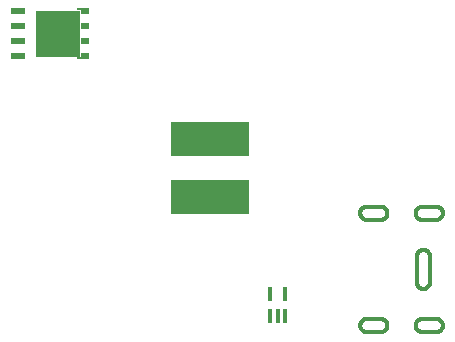
<source format=gbr>
G04 EAGLE Gerber RS-274X export*
G75*
%MOMM*%
%FSLAX34Y34*%
%LPD*%
%INSolderpaste Bottom*%
%IPPOS*%
%AMOC8*
5,1,8,0,0,1.08239X$1,22.5*%
G01*
%ADD10R,0.400000X1.200000*%
%ADD11R,6.710000X2.860000*%
%ADD12R,1.270000X0.610000*%
%ADD13R,0.710000X0.610000*%
%ADD14R,3.810000X3.910000*%
%ADD15R,0.310000X0.255000*%
%ADD16C,0.300000*%
%ADD17R,0.100000X0.635000*%


D10*
X568280Y96770D03*
X561780Y96770D03*
X555280Y96770D03*
X555280Y115770D03*
X568280Y115770D03*
D11*
X504700Y198100D03*
X504700Y247220D03*
D12*
X342320Y317020D03*
X342320Y329720D03*
X342320Y342420D03*
X342320Y355120D03*
D13*
X398520Y355120D03*
X398520Y342420D03*
X398520Y329720D03*
X398520Y317020D03*
D14*
X375920Y336070D03*
D15*
X393420Y315240D03*
X393420Y356900D03*
D16*
X684240Y83540D02*
X696240Y83540D01*
X696386Y83542D01*
X696533Y83548D01*
X696679Y83558D01*
X696825Y83571D01*
X696970Y83589D01*
X697115Y83610D01*
X697259Y83635D01*
X697403Y83664D01*
X697545Y83697D01*
X697687Y83734D01*
X697828Y83774D01*
X697967Y83818D01*
X698106Y83866D01*
X698243Y83918D01*
X698379Y83973D01*
X698513Y84032D01*
X698645Y84094D01*
X698776Y84160D01*
X698905Y84229D01*
X699032Y84301D01*
X699157Y84377D01*
X699280Y84457D01*
X699401Y84539D01*
X699520Y84625D01*
X699636Y84714D01*
X699750Y84806D01*
X699862Y84901D01*
X699971Y84999D01*
X700077Y85099D01*
X700181Y85203D01*
X700281Y85309D01*
X700379Y85418D01*
X700474Y85530D01*
X700566Y85644D01*
X700655Y85760D01*
X700741Y85879D01*
X700823Y86000D01*
X700903Y86123D01*
X700979Y86248D01*
X701051Y86375D01*
X701120Y86504D01*
X701186Y86635D01*
X701248Y86767D01*
X701307Y86901D01*
X701362Y87037D01*
X701414Y87174D01*
X701462Y87313D01*
X701506Y87452D01*
X701546Y87593D01*
X701583Y87735D01*
X701616Y87877D01*
X701645Y88021D01*
X701670Y88165D01*
X701691Y88310D01*
X701709Y88455D01*
X701722Y88601D01*
X701732Y88747D01*
X701738Y88894D01*
X701740Y89040D01*
X701738Y89186D01*
X701732Y89333D01*
X701722Y89479D01*
X701709Y89625D01*
X701691Y89770D01*
X701670Y89915D01*
X701645Y90059D01*
X701616Y90203D01*
X701583Y90345D01*
X701546Y90487D01*
X701506Y90628D01*
X701462Y90767D01*
X701414Y90906D01*
X701362Y91043D01*
X701307Y91179D01*
X701248Y91313D01*
X701186Y91445D01*
X701120Y91576D01*
X701051Y91705D01*
X700979Y91832D01*
X700903Y91957D01*
X700823Y92080D01*
X700741Y92201D01*
X700655Y92320D01*
X700566Y92436D01*
X700474Y92550D01*
X700379Y92662D01*
X700281Y92771D01*
X700181Y92877D01*
X700077Y92981D01*
X699971Y93081D01*
X699862Y93179D01*
X699750Y93274D01*
X699636Y93366D01*
X699520Y93455D01*
X699401Y93541D01*
X699280Y93623D01*
X699157Y93703D01*
X699032Y93779D01*
X698905Y93851D01*
X698776Y93920D01*
X698645Y93986D01*
X698513Y94048D01*
X698379Y94107D01*
X698243Y94162D01*
X698106Y94214D01*
X697967Y94262D01*
X697828Y94306D01*
X697687Y94346D01*
X697545Y94383D01*
X697403Y94416D01*
X697259Y94445D01*
X697115Y94470D01*
X696970Y94491D01*
X696825Y94509D01*
X696679Y94522D01*
X696533Y94532D01*
X696386Y94538D01*
X696240Y94540D01*
X684240Y94540D01*
X684094Y94538D01*
X683947Y94532D01*
X683801Y94522D01*
X683655Y94509D01*
X683510Y94491D01*
X683365Y94470D01*
X683221Y94445D01*
X683077Y94416D01*
X682935Y94383D01*
X682793Y94346D01*
X682652Y94306D01*
X682513Y94262D01*
X682374Y94214D01*
X682237Y94162D01*
X682101Y94107D01*
X681967Y94048D01*
X681835Y93986D01*
X681704Y93920D01*
X681575Y93851D01*
X681448Y93779D01*
X681323Y93703D01*
X681200Y93623D01*
X681079Y93541D01*
X680960Y93455D01*
X680844Y93366D01*
X680730Y93274D01*
X680618Y93179D01*
X680509Y93081D01*
X680403Y92981D01*
X680299Y92877D01*
X680199Y92771D01*
X680101Y92662D01*
X680006Y92550D01*
X679914Y92436D01*
X679825Y92320D01*
X679739Y92201D01*
X679657Y92080D01*
X679577Y91957D01*
X679501Y91832D01*
X679429Y91705D01*
X679360Y91576D01*
X679294Y91445D01*
X679232Y91313D01*
X679173Y91179D01*
X679118Y91043D01*
X679066Y90906D01*
X679018Y90767D01*
X678974Y90628D01*
X678934Y90487D01*
X678897Y90345D01*
X678864Y90203D01*
X678835Y90059D01*
X678810Y89915D01*
X678789Y89770D01*
X678771Y89625D01*
X678758Y89479D01*
X678748Y89333D01*
X678742Y89186D01*
X678740Y89040D01*
X678742Y88894D01*
X678748Y88747D01*
X678758Y88601D01*
X678771Y88455D01*
X678789Y88310D01*
X678810Y88165D01*
X678835Y88021D01*
X678864Y87877D01*
X678897Y87735D01*
X678934Y87593D01*
X678974Y87452D01*
X679018Y87313D01*
X679066Y87174D01*
X679118Y87037D01*
X679173Y86901D01*
X679232Y86767D01*
X679294Y86635D01*
X679360Y86504D01*
X679429Y86375D01*
X679501Y86248D01*
X679577Y86123D01*
X679657Y86000D01*
X679739Y85879D01*
X679825Y85760D01*
X679914Y85644D01*
X680006Y85530D01*
X680101Y85418D01*
X680199Y85309D01*
X680299Y85203D01*
X680403Y85099D01*
X680509Y84999D01*
X680618Y84901D01*
X680730Y84806D01*
X680844Y84714D01*
X680960Y84625D01*
X681079Y84539D01*
X681200Y84457D01*
X681323Y84377D01*
X681448Y84301D01*
X681575Y84229D01*
X681704Y84160D01*
X681835Y84094D01*
X681967Y84032D01*
X682101Y83973D01*
X682237Y83918D01*
X682374Y83866D01*
X682513Y83818D01*
X682652Y83774D01*
X682793Y83734D01*
X682935Y83697D01*
X683077Y83664D01*
X683221Y83635D01*
X683365Y83610D01*
X683510Y83589D01*
X683655Y83571D01*
X683801Y83558D01*
X683947Y83548D01*
X684094Y83542D01*
X684240Y83540D01*
X679740Y125540D02*
X679740Y147540D01*
X679740Y125540D02*
X679742Y125394D01*
X679748Y125247D01*
X679758Y125101D01*
X679771Y124955D01*
X679789Y124810D01*
X679810Y124665D01*
X679835Y124521D01*
X679864Y124377D01*
X679897Y124235D01*
X679934Y124093D01*
X679974Y123952D01*
X680018Y123813D01*
X680066Y123674D01*
X680118Y123537D01*
X680173Y123401D01*
X680232Y123267D01*
X680294Y123135D01*
X680360Y123004D01*
X680429Y122875D01*
X680501Y122748D01*
X680577Y122623D01*
X680657Y122500D01*
X680739Y122379D01*
X680825Y122260D01*
X680914Y122144D01*
X681006Y122030D01*
X681101Y121918D01*
X681199Y121809D01*
X681299Y121703D01*
X681403Y121599D01*
X681509Y121499D01*
X681618Y121401D01*
X681730Y121306D01*
X681844Y121214D01*
X681960Y121125D01*
X682079Y121039D01*
X682200Y120957D01*
X682323Y120877D01*
X682448Y120801D01*
X682575Y120729D01*
X682704Y120660D01*
X682835Y120594D01*
X682967Y120532D01*
X683101Y120473D01*
X683237Y120418D01*
X683374Y120366D01*
X683513Y120318D01*
X683652Y120274D01*
X683793Y120234D01*
X683935Y120197D01*
X684077Y120164D01*
X684221Y120135D01*
X684365Y120110D01*
X684510Y120089D01*
X684655Y120071D01*
X684801Y120058D01*
X684947Y120048D01*
X685094Y120042D01*
X685240Y120040D01*
X685386Y120042D01*
X685533Y120048D01*
X685679Y120058D01*
X685825Y120071D01*
X685970Y120089D01*
X686115Y120110D01*
X686259Y120135D01*
X686403Y120164D01*
X686545Y120197D01*
X686687Y120234D01*
X686828Y120274D01*
X686967Y120318D01*
X687106Y120366D01*
X687243Y120418D01*
X687379Y120473D01*
X687513Y120532D01*
X687645Y120594D01*
X687776Y120660D01*
X687905Y120729D01*
X688032Y120801D01*
X688157Y120877D01*
X688280Y120957D01*
X688401Y121039D01*
X688520Y121125D01*
X688636Y121214D01*
X688750Y121306D01*
X688862Y121401D01*
X688971Y121499D01*
X689077Y121599D01*
X689181Y121703D01*
X689281Y121809D01*
X689379Y121918D01*
X689474Y122030D01*
X689566Y122144D01*
X689655Y122260D01*
X689741Y122379D01*
X689823Y122500D01*
X689903Y122623D01*
X689979Y122748D01*
X690051Y122875D01*
X690120Y123004D01*
X690186Y123135D01*
X690248Y123267D01*
X690307Y123401D01*
X690362Y123537D01*
X690414Y123674D01*
X690462Y123813D01*
X690506Y123952D01*
X690546Y124093D01*
X690583Y124235D01*
X690616Y124377D01*
X690645Y124521D01*
X690670Y124665D01*
X690691Y124810D01*
X690709Y124955D01*
X690722Y125101D01*
X690732Y125247D01*
X690738Y125394D01*
X690740Y125540D01*
X690740Y147540D01*
X690738Y147686D01*
X690732Y147833D01*
X690722Y147979D01*
X690709Y148125D01*
X690691Y148270D01*
X690670Y148415D01*
X690645Y148559D01*
X690616Y148703D01*
X690583Y148845D01*
X690546Y148987D01*
X690506Y149128D01*
X690462Y149267D01*
X690414Y149406D01*
X690362Y149543D01*
X690307Y149679D01*
X690248Y149813D01*
X690186Y149945D01*
X690120Y150076D01*
X690051Y150205D01*
X689979Y150332D01*
X689903Y150457D01*
X689823Y150580D01*
X689741Y150701D01*
X689655Y150820D01*
X689566Y150936D01*
X689474Y151050D01*
X689379Y151162D01*
X689281Y151271D01*
X689181Y151377D01*
X689077Y151481D01*
X688971Y151581D01*
X688862Y151679D01*
X688750Y151774D01*
X688636Y151866D01*
X688520Y151955D01*
X688401Y152041D01*
X688280Y152123D01*
X688157Y152203D01*
X688032Y152279D01*
X687905Y152351D01*
X687776Y152420D01*
X687645Y152486D01*
X687513Y152548D01*
X687379Y152607D01*
X687243Y152662D01*
X687106Y152714D01*
X686967Y152762D01*
X686828Y152806D01*
X686687Y152846D01*
X686545Y152883D01*
X686403Y152916D01*
X686259Y152945D01*
X686115Y152970D01*
X685970Y152991D01*
X685825Y153009D01*
X685679Y153022D01*
X685533Y153032D01*
X685386Y153038D01*
X685240Y153040D01*
X685094Y153038D01*
X684947Y153032D01*
X684801Y153022D01*
X684655Y153009D01*
X684510Y152991D01*
X684365Y152970D01*
X684221Y152945D01*
X684077Y152916D01*
X683935Y152883D01*
X683793Y152846D01*
X683652Y152806D01*
X683513Y152762D01*
X683374Y152714D01*
X683237Y152662D01*
X683101Y152607D01*
X682967Y152548D01*
X682835Y152486D01*
X682704Y152420D01*
X682575Y152351D01*
X682448Y152279D01*
X682323Y152203D01*
X682200Y152123D01*
X682079Y152041D01*
X681960Y151955D01*
X681844Y151866D01*
X681730Y151774D01*
X681618Y151679D01*
X681509Y151581D01*
X681403Y151481D01*
X681299Y151377D01*
X681199Y151271D01*
X681101Y151162D01*
X681006Y151050D01*
X680914Y150936D01*
X680825Y150820D01*
X680739Y150701D01*
X680657Y150580D01*
X680577Y150457D01*
X680501Y150332D01*
X680429Y150205D01*
X680360Y150076D01*
X680294Y149945D01*
X680232Y149813D01*
X680173Y149679D01*
X680118Y149543D01*
X680066Y149406D01*
X680018Y149267D01*
X679974Y149128D01*
X679934Y148987D01*
X679897Y148845D01*
X679864Y148703D01*
X679835Y148559D01*
X679810Y148415D01*
X679789Y148270D01*
X679771Y148125D01*
X679758Y147979D01*
X679748Y147833D01*
X679742Y147686D01*
X679740Y147540D01*
X684240Y178540D02*
X696240Y178540D01*
X696386Y178542D01*
X696533Y178548D01*
X696679Y178558D01*
X696825Y178571D01*
X696970Y178589D01*
X697115Y178610D01*
X697259Y178635D01*
X697403Y178664D01*
X697545Y178697D01*
X697687Y178734D01*
X697828Y178774D01*
X697967Y178818D01*
X698106Y178866D01*
X698243Y178918D01*
X698379Y178973D01*
X698513Y179032D01*
X698645Y179094D01*
X698776Y179160D01*
X698905Y179229D01*
X699032Y179301D01*
X699157Y179377D01*
X699280Y179457D01*
X699401Y179539D01*
X699520Y179625D01*
X699636Y179714D01*
X699750Y179806D01*
X699862Y179901D01*
X699971Y179999D01*
X700077Y180099D01*
X700181Y180203D01*
X700281Y180309D01*
X700379Y180418D01*
X700474Y180530D01*
X700566Y180644D01*
X700655Y180760D01*
X700741Y180879D01*
X700823Y181000D01*
X700903Y181123D01*
X700979Y181248D01*
X701051Y181375D01*
X701120Y181504D01*
X701186Y181635D01*
X701248Y181767D01*
X701307Y181901D01*
X701362Y182037D01*
X701414Y182174D01*
X701462Y182313D01*
X701506Y182452D01*
X701546Y182593D01*
X701583Y182735D01*
X701616Y182877D01*
X701645Y183021D01*
X701670Y183165D01*
X701691Y183310D01*
X701709Y183455D01*
X701722Y183601D01*
X701732Y183747D01*
X701738Y183894D01*
X701740Y184040D01*
X701738Y184186D01*
X701732Y184333D01*
X701722Y184479D01*
X701709Y184625D01*
X701691Y184770D01*
X701670Y184915D01*
X701645Y185059D01*
X701616Y185203D01*
X701583Y185345D01*
X701546Y185487D01*
X701506Y185628D01*
X701462Y185767D01*
X701414Y185906D01*
X701362Y186043D01*
X701307Y186179D01*
X701248Y186313D01*
X701186Y186445D01*
X701120Y186576D01*
X701051Y186705D01*
X700979Y186832D01*
X700903Y186957D01*
X700823Y187080D01*
X700741Y187201D01*
X700655Y187320D01*
X700566Y187436D01*
X700474Y187550D01*
X700379Y187662D01*
X700281Y187771D01*
X700181Y187877D01*
X700077Y187981D01*
X699971Y188081D01*
X699862Y188179D01*
X699750Y188274D01*
X699636Y188366D01*
X699520Y188455D01*
X699401Y188541D01*
X699280Y188623D01*
X699157Y188703D01*
X699032Y188779D01*
X698905Y188851D01*
X698776Y188920D01*
X698645Y188986D01*
X698513Y189048D01*
X698379Y189107D01*
X698243Y189162D01*
X698106Y189214D01*
X697967Y189262D01*
X697828Y189306D01*
X697687Y189346D01*
X697545Y189383D01*
X697403Y189416D01*
X697259Y189445D01*
X697115Y189470D01*
X696970Y189491D01*
X696825Y189509D01*
X696679Y189522D01*
X696533Y189532D01*
X696386Y189538D01*
X696240Y189540D01*
X684240Y189540D01*
X684094Y189538D01*
X683947Y189532D01*
X683801Y189522D01*
X683655Y189509D01*
X683510Y189491D01*
X683365Y189470D01*
X683221Y189445D01*
X683077Y189416D01*
X682935Y189383D01*
X682793Y189346D01*
X682652Y189306D01*
X682513Y189262D01*
X682374Y189214D01*
X682237Y189162D01*
X682101Y189107D01*
X681967Y189048D01*
X681835Y188986D01*
X681704Y188920D01*
X681575Y188851D01*
X681448Y188779D01*
X681323Y188703D01*
X681200Y188623D01*
X681079Y188541D01*
X680960Y188455D01*
X680844Y188366D01*
X680730Y188274D01*
X680618Y188179D01*
X680509Y188081D01*
X680403Y187981D01*
X680299Y187877D01*
X680199Y187771D01*
X680101Y187662D01*
X680006Y187550D01*
X679914Y187436D01*
X679825Y187320D01*
X679739Y187201D01*
X679657Y187080D01*
X679577Y186957D01*
X679501Y186832D01*
X679429Y186705D01*
X679360Y186576D01*
X679294Y186445D01*
X679232Y186313D01*
X679173Y186179D01*
X679118Y186043D01*
X679066Y185906D01*
X679018Y185767D01*
X678974Y185628D01*
X678934Y185487D01*
X678897Y185345D01*
X678864Y185203D01*
X678835Y185059D01*
X678810Y184915D01*
X678789Y184770D01*
X678771Y184625D01*
X678758Y184479D01*
X678748Y184333D01*
X678742Y184186D01*
X678740Y184040D01*
X678742Y183894D01*
X678748Y183747D01*
X678758Y183601D01*
X678771Y183455D01*
X678789Y183310D01*
X678810Y183165D01*
X678835Y183021D01*
X678864Y182877D01*
X678897Y182735D01*
X678934Y182593D01*
X678974Y182452D01*
X679018Y182313D01*
X679066Y182174D01*
X679118Y182037D01*
X679173Y181901D01*
X679232Y181767D01*
X679294Y181635D01*
X679360Y181504D01*
X679429Y181375D01*
X679501Y181248D01*
X679577Y181123D01*
X679657Y181000D01*
X679739Y180879D01*
X679825Y180760D01*
X679914Y180644D01*
X680006Y180530D01*
X680101Y180418D01*
X680199Y180309D01*
X680299Y180203D01*
X680403Y180099D01*
X680509Y179999D01*
X680618Y179901D01*
X680730Y179806D01*
X680844Y179714D01*
X680960Y179625D01*
X681079Y179539D01*
X681200Y179457D01*
X681323Y179377D01*
X681448Y179301D01*
X681575Y179229D01*
X681704Y179160D01*
X681835Y179094D01*
X681967Y179032D01*
X682101Y178973D01*
X682237Y178918D01*
X682374Y178866D01*
X682513Y178818D01*
X682652Y178774D01*
X682793Y178734D01*
X682935Y178697D01*
X683077Y178664D01*
X683221Y178635D01*
X683365Y178610D01*
X683510Y178589D01*
X683655Y178571D01*
X683801Y178558D01*
X683947Y178548D01*
X684094Y178542D01*
X684240Y178540D01*
X649240Y83540D02*
X637240Y83540D01*
X649240Y83540D02*
X649386Y83542D01*
X649533Y83548D01*
X649679Y83558D01*
X649825Y83571D01*
X649970Y83589D01*
X650115Y83610D01*
X650259Y83635D01*
X650403Y83664D01*
X650545Y83697D01*
X650687Y83734D01*
X650828Y83774D01*
X650967Y83818D01*
X651106Y83866D01*
X651243Y83918D01*
X651379Y83973D01*
X651513Y84032D01*
X651645Y84094D01*
X651776Y84160D01*
X651905Y84229D01*
X652032Y84301D01*
X652157Y84377D01*
X652280Y84457D01*
X652401Y84539D01*
X652520Y84625D01*
X652636Y84714D01*
X652750Y84806D01*
X652862Y84901D01*
X652971Y84999D01*
X653077Y85099D01*
X653181Y85203D01*
X653281Y85309D01*
X653379Y85418D01*
X653474Y85530D01*
X653566Y85644D01*
X653655Y85760D01*
X653741Y85879D01*
X653823Y86000D01*
X653903Y86123D01*
X653979Y86248D01*
X654051Y86375D01*
X654120Y86504D01*
X654186Y86635D01*
X654248Y86767D01*
X654307Y86901D01*
X654362Y87037D01*
X654414Y87174D01*
X654462Y87313D01*
X654506Y87452D01*
X654546Y87593D01*
X654583Y87735D01*
X654616Y87877D01*
X654645Y88021D01*
X654670Y88165D01*
X654691Y88310D01*
X654709Y88455D01*
X654722Y88601D01*
X654732Y88747D01*
X654738Y88894D01*
X654740Y89040D01*
X654738Y89186D01*
X654732Y89333D01*
X654722Y89479D01*
X654709Y89625D01*
X654691Y89770D01*
X654670Y89915D01*
X654645Y90059D01*
X654616Y90203D01*
X654583Y90345D01*
X654546Y90487D01*
X654506Y90628D01*
X654462Y90767D01*
X654414Y90906D01*
X654362Y91043D01*
X654307Y91179D01*
X654248Y91313D01*
X654186Y91445D01*
X654120Y91576D01*
X654051Y91705D01*
X653979Y91832D01*
X653903Y91957D01*
X653823Y92080D01*
X653741Y92201D01*
X653655Y92320D01*
X653566Y92436D01*
X653474Y92550D01*
X653379Y92662D01*
X653281Y92771D01*
X653181Y92877D01*
X653077Y92981D01*
X652971Y93081D01*
X652862Y93179D01*
X652750Y93274D01*
X652636Y93366D01*
X652520Y93455D01*
X652401Y93541D01*
X652280Y93623D01*
X652157Y93703D01*
X652032Y93779D01*
X651905Y93851D01*
X651776Y93920D01*
X651645Y93986D01*
X651513Y94048D01*
X651379Y94107D01*
X651243Y94162D01*
X651106Y94214D01*
X650967Y94262D01*
X650828Y94306D01*
X650687Y94346D01*
X650545Y94383D01*
X650403Y94416D01*
X650259Y94445D01*
X650115Y94470D01*
X649970Y94491D01*
X649825Y94509D01*
X649679Y94522D01*
X649533Y94532D01*
X649386Y94538D01*
X649240Y94540D01*
X637240Y94540D01*
X637094Y94538D01*
X636947Y94532D01*
X636801Y94522D01*
X636655Y94509D01*
X636510Y94491D01*
X636365Y94470D01*
X636221Y94445D01*
X636077Y94416D01*
X635935Y94383D01*
X635793Y94346D01*
X635652Y94306D01*
X635513Y94262D01*
X635374Y94214D01*
X635237Y94162D01*
X635101Y94107D01*
X634967Y94048D01*
X634835Y93986D01*
X634704Y93920D01*
X634575Y93851D01*
X634448Y93779D01*
X634323Y93703D01*
X634200Y93623D01*
X634079Y93541D01*
X633960Y93455D01*
X633844Y93366D01*
X633730Y93274D01*
X633618Y93179D01*
X633509Y93081D01*
X633403Y92981D01*
X633299Y92877D01*
X633199Y92771D01*
X633101Y92662D01*
X633006Y92550D01*
X632914Y92436D01*
X632825Y92320D01*
X632739Y92201D01*
X632657Y92080D01*
X632577Y91957D01*
X632501Y91832D01*
X632429Y91705D01*
X632360Y91576D01*
X632294Y91445D01*
X632232Y91313D01*
X632173Y91179D01*
X632118Y91043D01*
X632066Y90906D01*
X632018Y90767D01*
X631974Y90628D01*
X631934Y90487D01*
X631897Y90345D01*
X631864Y90203D01*
X631835Y90059D01*
X631810Y89915D01*
X631789Y89770D01*
X631771Y89625D01*
X631758Y89479D01*
X631748Y89333D01*
X631742Y89186D01*
X631740Y89040D01*
X631742Y88894D01*
X631748Y88747D01*
X631758Y88601D01*
X631771Y88455D01*
X631789Y88310D01*
X631810Y88165D01*
X631835Y88021D01*
X631864Y87877D01*
X631897Y87735D01*
X631934Y87593D01*
X631974Y87452D01*
X632018Y87313D01*
X632066Y87174D01*
X632118Y87037D01*
X632173Y86901D01*
X632232Y86767D01*
X632294Y86635D01*
X632360Y86504D01*
X632429Y86375D01*
X632501Y86248D01*
X632577Y86123D01*
X632657Y86000D01*
X632739Y85879D01*
X632825Y85760D01*
X632914Y85644D01*
X633006Y85530D01*
X633101Y85418D01*
X633199Y85309D01*
X633299Y85203D01*
X633403Y85099D01*
X633509Y84999D01*
X633618Y84901D01*
X633730Y84806D01*
X633844Y84714D01*
X633960Y84625D01*
X634079Y84539D01*
X634200Y84457D01*
X634323Y84377D01*
X634448Y84301D01*
X634575Y84229D01*
X634704Y84160D01*
X634835Y84094D01*
X634967Y84032D01*
X635101Y83973D01*
X635237Y83918D01*
X635374Y83866D01*
X635513Y83818D01*
X635652Y83774D01*
X635793Y83734D01*
X635935Y83697D01*
X636077Y83664D01*
X636221Y83635D01*
X636365Y83610D01*
X636510Y83589D01*
X636655Y83571D01*
X636801Y83558D01*
X636947Y83548D01*
X637094Y83542D01*
X637240Y83540D01*
X637240Y178540D02*
X649240Y178540D01*
X649386Y178542D01*
X649533Y178548D01*
X649679Y178558D01*
X649825Y178571D01*
X649970Y178589D01*
X650115Y178610D01*
X650259Y178635D01*
X650403Y178664D01*
X650545Y178697D01*
X650687Y178734D01*
X650828Y178774D01*
X650967Y178818D01*
X651106Y178866D01*
X651243Y178918D01*
X651379Y178973D01*
X651513Y179032D01*
X651645Y179094D01*
X651776Y179160D01*
X651905Y179229D01*
X652032Y179301D01*
X652157Y179377D01*
X652280Y179457D01*
X652401Y179539D01*
X652520Y179625D01*
X652636Y179714D01*
X652750Y179806D01*
X652862Y179901D01*
X652971Y179999D01*
X653077Y180099D01*
X653181Y180203D01*
X653281Y180309D01*
X653379Y180418D01*
X653474Y180530D01*
X653566Y180644D01*
X653655Y180760D01*
X653741Y180879D01*
X653823Y181000D01*
X653903Y181123D01*
X653979Y181248D01*
X654051Y181375D01*
X654120Y181504D01*
X654186Y181635D01*
X654248Y181767D01*
X654307Y181901D01*
X654362Y182037D01*
X654414Y182174D01*
X654462Y182313D01*
X654506Y182452D01*
X654546Y182593D01*
X654583Y182735D01*
X654616Y182877D01*
X654645Y183021D01*
X654670Y183165D01*
X654691Y183310D01*
X654709Y183455D01*
X654722Y183601D01*
X654732Y183747D01*
X654738Y183894D01*
X654740Y184040D01*
X654738Y184186D01*
X654732Y184333D01*
X654722Y184479D01*
X654709Y184625D01*
X654691Y184770D01*
X654670Y184915D01*
X654645Y185059D01*
X654616Y185203D01*
X654583Y185345D01*
X654546Y185487D01*
X654506Y185628D01*
X654462Y185767D01*
X654414Y185906D01*
X654362Y186043D01*
X654307Y186179D01*
X654248Y186313D01*
X654186Y186445D01*
X654120Y186576D01*
X654051Y186705D01*
X653979Y186832D01*
X653903Y186957D01*
X653823Y187080D01*
X653741Y187201D01*
X653655Y187320D01*
X653566Y187436D01*
X653474Y187550D01*
X653379Y187662D01*
X653281Y187771D01*
X653181Y187877D01*
X653077Y187981D01*
X652971Y188081D01*
X652862Y188179D01*
X652750Y188274D01*
X652636Y188366D01*
X652520Y188455D01*
X652401Y188541D01*
X652280Y188623D01*
X652157Y188703D01*
X652032Y188779D01*
X651905Y188851D01*
X651776Y188920D01*
X651645Y188986D01*
X651513Y189048D01*
X651379Y189107D01*
X651243Y189162D01*
X651106Y189214D01*
X650967Y189262D01*
X650828Y189306D01*
X650687Y189346D01*
X650545Y189383D01*
X650403Y189416D01*
X650259Y189445D01*
X650115Y189470D01*
X649970Y189491D01*
X649825Y189509D01*
X649679Y189522D01*
X649533Y189532D01*
X649386Y189538D01*
X649240Y189540D01*
X637240Y189540D01*
X637094Y189538D01*
X636947Y189532D01*
X636801Y189522D01*
X636655Y189509D01*
X636510Y189491D01*
X636365Y189470D01*
X636221Y189445D01*
X636077Y189416D01*
X635935Y189383D01*
X635793Y189346D01*
X635652Y189306D01*
X635513Y189262D01*
X635374Y189214D01*
X635237Y189162D01*
X635101Y189107D01*
X634967Y189048D01*
X634835Y188986D01*
X634704Y188920D01*
X634575Y188851D01*
X634448Y188779D01*
X634323Y188703D01*
X634200Y188623D01*
X634079Y188541D01*
X633960Y188455D01*
X633844Y188366D01*
X633730Y188274D01*
X633618Y188179D01*
X633509Y188081D01*
X633403Y187981D01*
X633299Y187877D01*
X633199Y187771D01*
X633101Y187662D01*
X633006Y187550D01*
X632914Y187436D01*
X632825Y187320D01*
X632739Y187201D01*
X632657Y187080D01*
X632577Y186957D01*
X632501Y186832D01*
X632429Y186705D01*
X632360Y186576D01*
X632294Y186445D01*
X632232Y186313D01*
X632173Y186179D01*
X632118Y186043D01*
X632066Y185906D01*
X632018Y185767D01*
X631974Y185628D01*
X631934Y185487D01*
X631897Y185345D01*
X631864Y185203D01*
X631835Y185059D01*
X631810Y184915D01*
X631789Y184770D01*
X631771Y184625D01*
X631758Y184479D01*
X631748Y184333D01*
X631742Y184186D01*
X631740Y184040D01*
X631742Y183894D01*
X631748Y183747D01*
X631758Y183601D01*
X631771Y183455D01*
X631789Y183310D01*
X631810Y183165D01*
X631835Y183021D01*
X631864Y182877D01*
X631897Y182735D01*
X631934Y182593D01*
X631974Y182452D01*
X632018Y182313D01*
X632066Y182174D01*
X632118Y182037D01*
X632173Y181901D01*
X632232Y181767D01*
X632294Y181635D01*
X632360Y181504D01*
X632429Y181375D01*
X632501Y181248D01*
X632577Y181123D01*
X632657Y181000D01*
X632739Y180879D01*
X632825Y180760D01*
X632914Y180644D01*
X633006Y180530D01*
X633101Y180418D01*
X633199Y180309D01*
X633299Y180203D01*
X633403Y180099D01*
X633509Y179999D01*
X633618Y179901D01*
X633730Y179806D01*
X633844Y179714D01*
X633960Y179625D01*
X634079Y179539D01*
X634200Y179457D01*
X634323Y179377D01*
X634448Y179301D01*
X634575Y179229D01*
X634704Y179160D01*
X634835Y179094D01*
X634967Y179032D01*
X635101Y178973D01*
X635237Y178918D01*
X635374Y178866D01*
X635513Y178818D01*
X635652Y178774D01*
X635793Y178734D01*
X635935Y178697D01*
X636077Y178664D01*
X636221Y178635D01*
X636365Y178610D01*
X636510Y178589D01*
X636655Y178571D01*
X636801Y178558D01*
X636947Y178548D01*
X637094Y178542D01*
X637240Y178540D01*
D17*
X690240Y138540D03*
M02*

</source>
